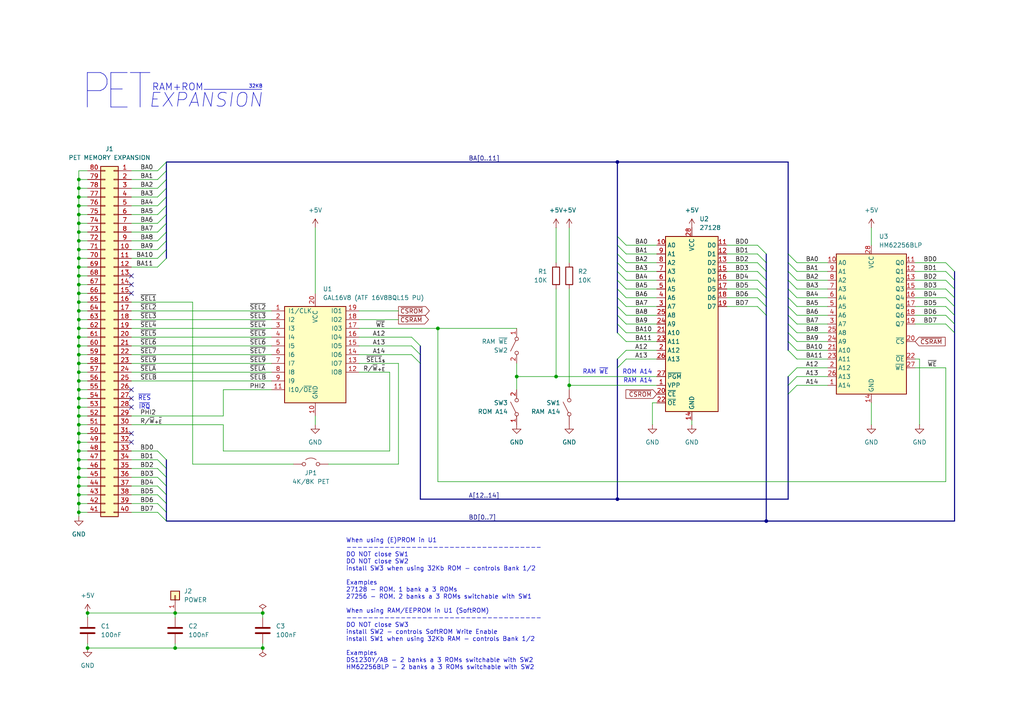
<source format=kicad_sch>
(kicad_sch (version 20250114) (generator "eeschema") (generator_version "9.0")
  (paper "A4")
  (title_block (title "PET RAM & ROM EXPANSION") (date "2024-07-29") (rev "A") (comment 1 "© 2024") (comment 2 "creativecommons.org/licenses/by-sa/4.0/") (comment 3 "License: CC BY-SA 4.0") (comment 4 "Author: InsaneDruid"))
  (lib_symbols
    (symbol "Connector_Generic:Conn_01x01" (pin_names (offset 1.016) (hide yes))
      (property "Reference" "J" (at 0 2.54 0))
      (property "Value" "Conn_01x01" (at 0 -2.54 0))
      (symbol "Conn_01x01_1_1"
        (pin passive line (at -5.08 0 0) (length 3.81) (name "Pin_1") (number "1"))
      )
    )
    (symbol "Connector_Generic:Conn_02x40_Counter_Clockwise" (pin_names (offset 1.016) (hide yes))
      (property "Reference" "J" (at 1.27 50.8 0))
      (property "Value" "Conn_02x40_Counter_Clockwise" (at 1.27 -53.34 0))
      (symbol "Conn_02x40_Counter_Clockwise_1_1"
        (pin passive line (at -5.08 48.26 0) (length 3.81) (name "Pin_1") (number "1"))
        (pin passive line (at -5.08 45.72 0) (length 3.81) (name "Pin_2") (number "2"))
        (pin passive line (at -5.08 43.18 0) (length 3.81) (name "Pin_3") (number "3"))
        (pin passive line (at -5.08 40.64 0) (length 3.81) (name "Pin_4") (number "4"))
        (pin passive line (at -5.08 38.1 0) (length 3.81) (name "Pin_5") (number "5"))
        (pin passive line (at -5.08 35.56 0) (length 3.81) (name "Pin_6") (number "6"))
        (pin passive line (at -5.08 33.02 0) (length 3.81) (name "Pin_7") (number "7"))
        (pin passive line (at -5.08 30.48 0) (length 3.81) (name "Pin_8") (number "8"))
        (pin passive line (at -5.08 27.94 0) (length 3.81) (name "Pin_9") (number "9"))
        (pin passive line (at -5.08 25.4 0) (length 3.81) (name "Pin_10") (number "10"))
        (pin passive line (at -5.08 22.86 0) (length 3.81) (name "Pin_11") (number "11"))
        (pin passive line (at -5.08 20.32 0) (length 3.81) (name "Pin_12") (number "12"))
        (pin passive line (at -5.08 17.78 0) (length 3.81) (name "Pin_13") (number "13"))
        (pin passive line (at -5.08 15.24 0) (length 3.81) (name "Pin_14") (number "14"))
        (pin passive line (at -5.08 12.7 0) (length 3.81) (name "Pin_15") (number "15"))
        (pin passive line (at -5.08 10.16 0) (length 3.81) (name "Pin_16") (number "16"))
        (pin passive line (at -5.08 7.62 0) (length 3.81) (name "Pin_17") (number "17"))
        (pin passive line (at -5.08 5.08 0) (length 3.81) (name "Pin_18") (number "18"))
        (pin passive line (at -5.08 2.54 0) (length 3.81) (name "Pin_19") (number "19"))
        (pin passive line (at -5.08 0 0) (length 3.81) (name "Pin_20") (number "20"))
        (pin passive line (at -5.08 -2.54 0) (length 3.81) (name "Pin_21") (number "21"))
        (pin passive line (at -5.08 -5.08 0) (length 3.81) (name "Pin_22") (number "22"))
        (pin passive line (at -5.08 -7.62 0) (length 3.81) (name "Pin_23") (number "23"))
        (pin passive line (at -5.08 -10.16 0) (length 3.81) (name "Pin_24") (number "24"))
        (pin passive line (at -5.08 -12.7 0) (length 3.81) (name "Pin_25") (number "25"))
        (pin passive line (at -5.08 -15.24 0) (length 3.81) (name "Pin_26") (number "26"))
        (pin passive line (at -5.08 -17.78 0) (length 3.81) (name "Pin_27") (number "27"))
        (pin passive line (at -5.08 -20.32 0) (length 3.81) (name "Pin_28") (number "28"))
        (pin passive line (at -5.08 -22.86 0) (length 3.81) (name "Pin_29") (number "29"))
        (pin passive line (at -5.08 -25.4 0) (length 3.81) (name "Pin_30") (number "30"))
        (pin passive line (at -5.08 -27.94 0) (length 3.81) (name "Pin_31") (number "31"))
        (pin passive line (at -5.08 -30.48 0) (length 3.81) (name "Pin_32") (number "32"))
        (pin passive line (at -5.08 -33.02 0) (length 3.81) (name "Pin_33") (number "33"))
        (pin passive line (at -5.08 -35.56 0) (length 3.81) (name "Pin_34") (number "34"))
        (pin passive line (at -5.08 -38.1 0) (length 3.81) (name "Pin_35") (number "35"))
        (pin passive line (at -5.08 -40.64 0) (length 3.81) (name "Pin_36") (number "36"))
        (pin passive line (at -5.08 -43.18 0) (length 3.81) (name "Pin_37") (number "37"))
        (pin passive line (at -5.08 -45.72 0) (length 3.81) (name "Pin_38") (number "38"))
        (pin passive line (at -5.08 -48.26 0) (length 3.81) (name "Pin_39") (number "39"))
        (pin passive line (at -5.08 -50.8 0) (length 3.81) (name "Pin_40") (number "40"))
        (pin passive line (at 7.62 48.26 180) (length 3.81) (name "Pin_80") (number "80"))
        (pin passive line (at 7.62 45.72 180) (length 3.81) (name "Pin_79") (number "79"))
        (pin passive line (at 7.62 43.18 180) (length 3.81) (name "Pin_78") (number "78"))
        (pin passive line (at 7.62 40.64 180) (length 3.81) (name "Pin_77") (number "77"))
        (pin passive line (at 7.62 38.1 180) (length 3.81) (name "Pin_76") (number "76"))
        (pin passive line (at 7.62 35.56 180) (length 3.81) (name "Pin_75") (number "75"))
        (pin passive line (at 7.62 33.02 180) (length 3.81) (name "Pin_74") (number "74"))
        (pin passive line (at 7.62 30.48 180) (length 3.81) (name "Pin_73") (number "73"))
        (pin passive line (at 7.62 27.94 180) (length 3.81) (name "Pin_72") (number "72"))
        (pin passive line (at 7.62 25.4 180) (length 3.81) (name "Pin_71") (number "71"))
        (pin passive line (at 7.62 22.86 180) (length 3.81) (name "Pin_70") (number "70"))
        (pin passive line (at 7.62 20.32 180) (length 3.81) (name "Pin_69") (number "69"))
        (pin passive line (at 7.62 17.78 180) (length 3.81) (name "Pin_68") (number "68"))
        (pin passive line (at 7.62 15.24 180) (length 3.81) (name "Pin_67") (number "67"))
        (pin passive line (at 7.62 12.7 180) (length 3.81) (name "Pin_66") (number "66"))
        (pin passive line (at 7.62 10.16 180) (length 3.81) (name "Pin_65") (number "65"))
        (pin passive line (at 7.62 7.62 180) (length 3.81) (name "Pin_64") (number "64"))
        (pin passive line (at 7.62 5.08 180) (length 3.81) (name "Pin_63") (number "63"))
        (pin passive line (at 7.62 2.54 180) (length 3.81) (name "Pin_62") (number "62"))
        (pin passive line (at 7.62 0 180) (length 3.81) (name "Pin_61") (number "61"))
        (pin passive line (at 7.62 -2.54 180) (length 3.81) (name "Pin_60") (number "60"))
        (pin passive line (at 7.62 -5.08 180) (length 3.81) (name "Pin_59") (number "59"))
        (pin passive line (at 7.62 -7.62 180) (length 3.81) (name "Pin_58") (number "58"))
        (pin passive line (at 7.62 -10.16 180) (length 3.81) (name "Pin_57") (number "57"))
        (pin passive line (at 7.62 -12.7 180) (length 3.81) (name "Pin_56") (number "56"))
        (pin passive line (at 7.62 -15.24 180) (length 3.81) (name "Pin_55") (number "55"))
        (pin passive line (at 7.62 -17.78 180) (length 3.81) (name "Pin_54") (number "54"))
        (pin passive line (at 7.62 -20.32 180) (length 3.81) (name "Pin_53") (number "53"))
        (pin passive line (at 7.62 -22.86 180) (length 3.81) (name "Pin_52") (number "52"))
        (pin passive line (at 7.62 -25.4 180) (length 3.81) (name "Pin_51") (number "51"))
        (pin passive line (at 7.62 -27.94 180) (length 3.81) (name "Pin_50") (number "50"))
        (pin passive line (at 7.62 -30.48 180) (length 3.81) (name "Pin_49") (number "49"))
        (pin passive line (at 7.62 -33.02 180) (length 3.81) (name "Pin_48") (number "48"))
        (pin passive line (at 7.62 -35.56 180) (length 3.81) (name "Pin_47") (number "47"))
        (pin passive line (at 7.62 -38.1 180) (length 3.81) (name "Pin_46") (number "46"))
        (pin passive line (at 7.62 -40.64 180) (length 3.81) (name "Pin_45") (number "45"))
        (pin passive line (at 7.62 -43.18 180) (length 3.81) (name "Pin_44") (number "44"))
        (pin passive line (at 7.62 -45.72 180) (length 3.81) (name "Pin_43") (number "43"))
        (pin passive line (at 7.62 -48.26 180) (length 3.81) (name "Pin_42") (number "42"))
        (pin passive line (at 7.62 -50.8 180) (length 3.81) (name "Pin_41") (number "41"))
      )
    )
    (symbol "Device:C" (pin_numbers (hide yes)) (pin_names (offset 0.254))
      (property "Reference" "C" (at 0.635 2.54 0))
      (property "Value" "C" (at 0.635 -2.54 0))
      (symbol "C_1_1"
        (pin passive line (at 0 3.81 270) (length 2.794) (name "~") (number "1"))
        (pin passive line (at 0 -3.81 90) (length 2.794) (name "~") (number "2"))
      )
    )
    (symbol "Device:R" (pin_numbers (hide yes)) (pin_names (offset 0))
      (property "Reference" "R" (at 2.032 0 90))
      (property "Value" "R" (at 0 0 90))
      (symbol "R_1_1"
        (pin passive line (at 0 3.81 270) (length 1.27) (name "~") (number "1"))
        (pin passive line (at 0 -3.81 90) (length 1.27) (name "~") (number "2"))
      )
    )
    (symbol "Jumper:Jumper_2_Open" (pin_numbers (hide yes)) (pin_names (offset 0) (hide yes)) (exclude_from_sim yes)
      (property "Reference" "JP" (at 0 2.794 0))
      (property "Value" "Jumper_2_Open" (at 0 -2.286 0))
      (symbol "Jumper_2_Open_1_1"
        (pin passive line (at -5.08 0 0) (length 2.54) (name "A") (number "1"))
        (pin passive line (at 5.08 0 180) (length 2.54) (name "B") (number "2"))
      )
    )
    (symbol "Logic_Programmable:GAL16V8" (pin_names (offset 1.016))
      (property "Reference" "U" (at -8.89 16.51 0))
      (property "Value" "GAL16V8" (at 1.27 16.51 0))
      (symbol "GAL16V8_0_0"
        (pin power_in line (at 0 17.78 270) (length 3.81) (name "VCC") (number "20"))
        (pin power_in line (at 0 -17.78 90) (length 3.81) (name "GND") (number "10"))
      )
      (symbol "GAL16V8_1_1"
        (pin input line (at -12.7 12.7 0) (length 3.81) (name "I1/CLK") (number "1"))
        (pin input line (at -12.7 10.16 0) (length 3.81) (name "I2") (number "2"))
        (pin input line (at -12.7 7.62 0) (length 3.81) (name "I3") (number "3"))
        (pin input line (at -12.7 5.08 0) (length 3.81) (name "I4") (number "4"))
        (pin input line (at -12.7 2.54 0) (length 3.81) (name "I5") (number "5"))
        (pin input line (at -12.7 0 0) (length 3.81) (name "I6") (number "6"))
        (pin input line (at -12.7 -2.54 0) (length 3.81) (name "I7") (number "7"))
        (pin input line (at -12.7 -5.08 0) (length 3.81) (name "I8") (number "8"))
        (pin input line (at -12.7 -7.62 0) (length 3.81) (name "I9") (number "9"))
        (pin input line (at -12.7 -10.16 0) (length 3.81) (name "I10/~{OE}") (number "11"))
        (pin tri_state line (at 12.7 12.7 180) (length 3.81) (name "IO1") (number "19"))
        (pin tri_state line (at 12.7 10.16 180) (length 3.81) (name "IO2") (number "18"))
        (pin tri_state line (at 12.7 7.62 180) (length 3.81) (name "I03") (number "17"))
        (pin tri_state line (at 12.7 5.08 180) (length 3.81) (name "IO4") (number "16"))
        (pin tri_state line (at 12.7 2.54 180) (length 3.81) (name "IO5") (number "15"))
        (pin tri_state line (at 12.7 0 180) (length 3.81) (name "IO6") (number "14"))
        (pin tri_state line (at 12.7 -2.54 180) (length 3.81) (name "IO7") (number "13"))
        (pin tri_state line (at 12.7 -5.08 180) (length 3.81) (name "IO8") (number "12"))
      )
    )
    (symbol "Memory_EPROM:27128"
      (property "Reference" "U" (at -7.62 26.67 0))
      (property "Value" "27128" (at 2.54 -26.67 0))
      (symbol "27128_1_1"
        (pin input line (at -10.16 22.86 0) (length 2.54) (name "A0") (number "10"))
        (pin input line (at -10.16 20.32 0) (length 2.54) (name "A1") (number "9"))
        (pin input line (at -10.16 17.78 0) (length 2.54) (name "A2") (number "8"))
        (pin input line (at -10.16 15.24 0) (length 2.54) (name "A3") (number "7"))
        (pin input line (at -10.16 12.7 0) (length 2.54) (name "A4") (number "6"))
        (pin input line (at -10.16 10.16 0) (length 2.54) (name "A5") (number "5"))
        (pin input line (at -10.16 7.62 0) (length 2.54) (name "A6") (number "4"))
        (pin input line (at -10.16 5.08 0) (length 2.54) (name "A7") (number "3"))
        (pin input line (at -10.16 2.54 0) (length 2.54) (name "A8") (number "25"))
        (pin input line (at -10.16 0 0) (length 2.54) (name "A9") (number "24"))
        (pin input line (at -10.16 -2.54 0) (length 2.54) (name "A10") (number "21"))
        (pin input line (at -10.16 -5.08 0) (length 2.54) (name "A11") (number "23"))
        (pin input line (at -10.16 -7.62 0) (length 2.54) (name "A12") (number "2"))
        (pin input line (at -10.16 -10.16 0) (length 2.54) (name "A13") (number "26"))
        (pin input line (at -10.16 -15.24 0) (length 2.54) (name "~{PGM}") (number "27"))
        (pin input line (at -10.16 -17.78 0) (length 2.54) (name "VPP") (number "1"))
        (pin input line (at -10.16 -20.32 0) (length 2.54) (name "~{CE}") (number "20"))
        (pin input line (at -10.16 -22.86 0) (length 2.54) (name "~{OE}") (number "22"))
        (pin power_in line (at 0 27.94 270) (length 2.54) (name "VCC") (number "28"))
        (pin power_in line (at 0 -27.94 90) (length 2.54) (name "GND") (number "14"))
        (pin tri_state line (at 10.16 22.86 180) (length 2.54) (name "D0") (number "11"))
        (pin tri_state line (at 10.16 20.32 180) (length 2.54) (name "D1") (number "12"))
        (pin tri_state line (at 10.16 17.78 180) (length 2.54) (name "D2") (number "13"))
        (pin tri_state line (at 10.16 15.24 180) (length 2.54) (name "D3") (number "15"))
        (pin tri_state line (at 10.16 12.7 180) (length 2.54) (name "D4") (number "16"))
        (pin tri_state line (at 10.16 10.16 180) (length 2.54) (name "D5") (number "17"))
        (pin tri_state line (at 10.16 7.62 180) (length 2.54) (name "D6") (number "18"))
        (pin tri_state line (at 10.16 5.08 180) (length 2.54) (name "D7") (number "19"))
      )
    )
    (symbol "Memory_RAM:HM62256BLP"
      (property "Reference" "U" (at -10.16 20.955 0))
      (property "Value" "HM62256BLP" (at 2.54 20.955 0))
      (symbol "HM62256BLP_0_0"
        (pin power_in line (at 0 22.86 270) (length 2.54) (name "VCC") (number "28"))
        (pin power_in line (at 0 -22.86 90) (length 2.54) (name "GND") (number "14"))
      )
      (symbol "HM62256BLP_1_1"
        (pin input line (at -12.7 17.78 0) (length 2.54) (name "A0") (number "10"))
        (pin input line (at -12.7 15.24 0) (length 2.54) (name "A1") (number "9"))
        (pin input line (at -12.7 12.7 0) (length 2.54) (name "A2") (number "8"))
        (pin input line (at -12.7 10.16 0) (length 2.54) (name "A3") (number "7"))
        (pin input line (at -12.7 7.62 0) (length 2.54) (name "A4") (number "6"))
        (pin input line (at -12.7 5.08 0) (length 2.54) (name "A5") (number "5"))
        (pin input line (at -12.7 2.54 0) (length 2.54) (name "A6") (number "4"))
        (pin input line (at -12.7 0 0) (length 2.54) (name "A7") (number "3"))
        (pin input line (at -12.7 -2.54 0) (length 2.54) (name "A8") (number "25"))
        (pin input line (at -12.7 -5.08 0) (length 2.54) (name "A9") (number "24"))
        (pin input line (at -12.7 -7.62 0) (length 2.54) (name "A10") (number "21"))
        (pin input line (at -12.7 -10.16 0) (length 2.54) (name "A11") (number "23"))
        (pin input line (at -12.7 -12.7 0) (length 2.54) (name "A12") (number "2"))
        (pin input line (at -12.7 -15.24 0) (length 2.54) (name "A13") (number "26"))
        (pin input line (at -12.7 -17.78 0) (length 2.54) (name "A14") (number "1"))
        (pin tri_state line (at 12.7 17.78 180) (length 2.54) (name "Q0") (number "11"))
        (pin tri_state line (at 12.7 15.24 180) (length 2.54) (name "Q1") (number "12"))
        (pin tri_state line (at 12.7 12.7 180) (length 2.54) (name "Q2") (number "13"))
        (pin tri_state line (at 12.7 10.16 180) (length 2.54) (name "Q3") (number "15"))
        (pin tri_state line (at 12.7 7.62 180) (length 2.54) (name "Q4") (number "16"))
        (pin tri_state line (at 12.7 5.08 180) (length 2.54) (name "Q5") (number "17"))
        (pin tri_state line (at 12.7 2.54 180) (length 2.54) (name "Q6") (number "18"))
        (pin tri_state line (at 12.7 0 180) (length 2.54) (name "Q7") (number "19"))
        (pin input line (at 12.7 -5.08 180) (length 2.54) (name "~{CS}") (number "20"))
        (pin input line (at 12.7 -10.16 180) (length 2.54) (name "~{OE}") (number "22"))
        (pin input line (at 12.7 -12.7 180) (length 2.54) (name "~{WE}") (number "27"))
      )
    )
    (symbol "SW_SPST_1" (pin_numbers (hide yes)) (pin_names (offset 0) (hide yes))
      (property "Reference" "SW" (at 0 3.175 0))
      (property "Value" "SW_SPST" (at 0 -2.54 0))
      (symbol "SW_SPST_1_1_1"
        (pin passive line (at -5.08 0 0) (length 2.54) (name "A") (number "1"))
        (pin passive line (at 5.08 0 180) (length 2.54) (name "B") (number "2"))
      )
    )
    (symbol "SW_SPST_2" (pin_names (offset 0) (hide yes))
      (property "Reference" "SW" (at 0 3.175 0))
      (property "Value" "SW_SPST" (at 0 -2.54 0))
      (symbol "SW_SPST_2_1_1"
        (pin passive line (at -5.08 0 0) (length 2.54) (name "A") (number "1"))
        (pin passive line (at 5.08 0 180) (length 2.54) (name "B") (number "2"))
      )
    )
    (symbol "Switch:SW_SPST" (pin_names (offset 0) (hide yes))
      (property "Reference" "SW" (at 0 3.175 0))
      (property "Value" "SW_SPST" (at 0 -2.54 0))
      (symbol "SW_SPST_1_1"
        (pin passive line (at -5.08 0 0) (length 2.54) (name "A") (number "1"))
        (pin passive line (at 5.08 0 180) (length 2.54) (name "B") (number "2"))
      )
    )
    (symbol "power:+5V" (power) (pin_numbers (hide yes)) (pin_names (offset 0) (hide yes))
      (property "Value" "+5V" (at 0 3.556 0))
      (symbol "+5V_1_1"
        (pin power_in line (at 0 0 90) (length 0) (name "~") (number "1"))
      )
    )
    (symbol "power:GND" (power) (pin_numbers (hide yes)) (pin_names (offset 0) (hide yes))
      (property "Value" "GND" (at 0 -3.81 0))
      (symbol "GND_1_1"
        (pin power_in line (at 0 0 270) (length 0) (name "~") (number "1"))
      )
    )
    (symbol "power:PWR_FLAG" (power) (pin_numbers (hide yes)) (pin_names (offset 0) (hide yes))
      (property "Value" "PWR_FLAG" (at 0 3.81 0))
      (symbol "PWR_FLAG_0_0"
        (pin power_out line (at 0 0 90) (length 0) (name "~") (number "1"))
      )
    )
  )
  (text "P" (at 27.94 26.67 0) (effects (font (size 10 10))))
  (text "ROM A14" (at 189.23 107.95 0) (effects (font (size 1.27 1.27)) (justify right)))
  (text "RAM A14" (at 189.23 110.49 0) (effects (font (size 1.27 1.27)) (justify right)))
  (text "E" (at 34.29 26.67 0) (effects (font (size 10 10))))
  (text "32KB" (at 74.168 25.146 0) (effects (font (size 1 1))))
  (text "RAM ~{WE}" (at 176.53 107.95 0) (effects (font (size 1.27 1.27)) (justify right)))
  (text "When using (E)PROM in U1\n------------------------------------\nDO NOT close SW1\nDO NOT close SW2\ninstall SW3 when using 32Kb ROM - controls Bank 1/2\n\nExamples\n27128 - ROM. 1 bank a 3 ROMs\n27256 - ROM. 2 banks a 3 ROMs switchable with SW1\n\nWhen using RAM/EEPROM in U1 (SoftROM)\n------------------------------------\nDO NOT close SW3\ninstall SW2 - controls SoftROM Write Enable\ninstall SW1 when using 32Kb RAM - controls Bank 1/2\n\nExamples\nDS1230Y/AB - 2 banks a 3 ROMs switchable with SW2\nHM62256BLP - 2 banks a 3 ROMs switchable with SW2" (at 100.33 175.26 0) (effects (font (size 1.27 1.27)) (justify left)))
  (text "~{RES}" (at 41.91 115.57 0) (effects (font (size 1.27 1.27))))
  (text "T" (at 40.64 26.67 0) (effects (font (size 10 10))))
  (text "EXPANSION" (at 59.69 29.21 0) (effects (font (size 4 4) (italic yes))))
  (text "~{IRQ}" (at 41.91 118.11 0) (effects (font (size 1.27 1.27))))
  (text "RAM+ROM" (at 51.562 25.4 0) (effects (font (size 2 2))))
  (junction (at 25.4 177.8))
  (junction (at 22.86 74.93))
  (junction (at 22.86 92.71))
  (junction (at 22.86 107.95))
  (junction (at 22.86 113.03))
  (junction (at 149.86 109.22))
  (junction (at 22.86 135.89))
  (junction (at 22.86 118.11))
  (junction (at 165.1 111.76))
  (junction (at 22.86 85.09))
  (junction (at 222.25 151.13))
  (junction (at 22.86 64.77))
  (junction (at 22.86 128.27))
  (junction (at 22.86 143.51))
  (junction (at 22.86 62.23))
  (junction (at 76.2 187.96))
  (junction (at 22.86 146.05))
  (junction (at 22.86 57.15))
  (junction (at 22.86 148.59))
  (junction (at 22.86 95.25))
  (junction (at 22.86 102.87))
  (junction (at 22.86 115.57))
  (junction (at 22.86 140.97))
  (junction (at 161.29 109.22))
  (junction (at 22.86 80.01))
  (junction (at 22.86 72.39))
  (junction (at 22.86 105.41))
  (junction (at 22.86 120.65))
  (junction (at 22.86 87.63))
  (junction (at 22.86 133.35))
  (junction (at 22.86 69.85))
  (junction (at 22.86 77.47))
  (junction (at 22.86 82.55))
  (junction (at 22.86 100.33))
  (junction (at 22.86 110.49))
  (junction (at 22.86 90.17))
  (junction (at 50.8 177.8))
  (junction (at 179.07 46.99))
  (junction (at 22.86 125.73))
  (junction (at 25.4 187.96))
  (junction (at 22.86 130.81))
  (junction (at 22.86 67.31))
  (junction (at 76.2 177.8))
  (junction (at 179.07 144.78))
  (junction (at 22.86 97.79))
  (junction (at 127 95.25))
  (junction (at 22.86 52.07))
  (junction (at 22.86 123.19))
  (junction (at 22.86 54.61))
  (junction (at 50.8 187.96))
  (junction (at 22.86 138.43))
  (junction (at 22.86 59.69))
  (no_connect (at 38.1 128.27))
  (no_connect (at 38.1 85.09))
  (no_connect (at 38.1 113.03))
  (no_connect (at 38.1 125.73))
  (no_connect (at 38.1 115.57))
  (no_connect (at 38.1 82.55))
  (no_connect (at 38.1 118.11))
  (no_connect (at 38.1 80.01))
  (bus_entry (at 45.72 74.93) (size 2.54 -2.54))
  (bus_entry (at 45.72 57.15) (size 2.54 -2.54))
  (bus_entry (at 228.6 86.36) (size 2.54 2.54))
  (bus_entry (at 274.32 78.74) (size 2.54 2.54))
  (bus_entry (at 179.07 91.44) (size 2.54 2.54))
  (bus_entry (at 45.72 52.07) (size 2.54 -2.54))
  (bus_entry (at 179.07 78.74) (size 2.54 2.54))
  (bus_entry (at 274.32 93.98) (size 2.54 2.54))
  (bus_entry (at 45.72 59.69) (size 2.54 -2.54))
  (bus_entry (at 179.07 71.12) (size 2.54 2.54))
  (bus_entry (at 179.07 93.98) (size 2.54 2.54))
  (bus_entry (at 228.6 81.28) (size 2.54 2.54))
  (bus_entry (at 45.72 64.77) (size 2.54 -2.54))
  (bus_entry (at 228.6 96.52) (size 2.54 2.54))
  (bus_entry (at 219.71 71.12) (size 2.54 2.54))
  (bus_entry (at 45.72 67.31) (size 2.54 -2.54))
  (bus_entry (at 179.07 88.9) (size 2.54 2.54))
  (bus_entry (at 45.72 54.61) (size 2.54 -2.54))
  (bus_entry (at 119.38 97.79) (size 2.54 2.54))
  (bus_entry (at 228.6 76.2) (size 2.54 2.54))
  (bus_entry (at 228.6 111.76) (size 2.54 -2.54))
  (bus_entry (at 179.07 104.14) (size 2.54 -2.54))
  (bus_entry (at 119.38 100.33) (size 2.54 2.54))
  (bus_entry (at 179.07 76.2) (size 2.54 2.54))
  (bus_entry (at 219.71 73.66) (size 2.54 2.54))
  (bus_entry (at 219.71 86.36) (size 2.54 2.54))
  (bus_entry (at 45.72 146.05) (size 2.54 2.54))
  (bus_entry (at 274.32 91.44) (size 2.54 2.54))
  (bus_entry (at 179.07 81.28) (size 2.54 2.54))
  (bus_entry (at 228.6 88.9) (size 2.54 2.54))
  (bus_entry (at 228.6 73.66) (size 2.54 2.54))
  (bus_entry (at 45.72 130.81) (size 2.54 2.54))
  (bus_entry (at 274.32 81.28) (size 2.54 2.54))
  (bus_entry (at 45.72 72.39) (size 2.54 -2.54))
  (bus_entry (at 228.6 91.44) (size 2.54 2.54))
  (bus_entry (at 228.6 78.74) (size 2.54 2.54))
  (bus_entry (at 179.07 86.36) (size 2.54 2.54))
  (bus_entry (at 228.6 99.06) (size 2.54 2.54))
  (bus_entry (at 228.6 101.6) (size 2.54 2.54))
  (bus_entry (at 274.32 86.36) (size 2.54 2.54))
  (bus_entry (at 45.72 49.53) (size 2.54 -2.54))
  (bus_entry (at 119.38 102.87) (size 2.54 2.54))
  (bus_entry (at 179.07 68.58) (size 2.54 2.54))
  (bus_entry (at 45.72 62.23) (size 2.54 -2.54))
  (bus_entry (at 274.32 88.9) (size 2.54 2.54))
  (bus_entry (at 45.72 140.97) (size 2.54 2.54))
  (bus_entry (at 45.72 135.89) (size 2.54 2.54))
  (bus_entry (at 274.32 83.82) (size 2.54 2.54))
  (bus_entry (at 228.6 114.3) (size 2.54 -2.54))
  (bus_entry (at 179.07 73.66) (size 2.54 2.54))
  (bus_entry (at 228.6 83.82) (size 2.54 2.54))
  (bus_entry (at 219.71 76.2) (size 2.54 2.54))
  (bus_entry (at 45.72 148.59) (size 2.54 2.54))
  (bus_entry (at 228.6 109.22) (size 2.54 -2.54))
  (bus_entry (at 179.07 83.82) (size 2.54 2.54))
  (bus_entry (at 179.07 96.52) (size 2.54 2.54))
  (bus_entry (at 45.72 133.35) (size 2.54 2.54))
  (bus_entry (at 179.07 106.68) (size 2.54 -2.54))
  (bus_entry (at 45.72 138.43) (size 2.54 2.54))
  (bus_entry (at 219.71 88.9) (size 2.54 2.54))
  (bus_entry (at 45.72 77.47) (size 2.54 -2.54))
  (bus_entry (at 219.71 78.74) (size 2.54 2.54))
  (bus_entry (at 219.71 81.28) (size 2.54 2.54))
  (bus_entry (at 274.32 76.2) (size 2.54 2.54))
  (bus_entry (at 45.72 69.85) (size 2.54 -2.54))
  (bus_entry (at 228.6 93.98) (size 2.54 2.54))
  (bus_entry (at 219.71 83.82) (size 2.54 2.54))
  (bus_entry (at 45.72 143.51) (size 2.54 2.54))
  (wire (pts (xy 76.2 177.8) (xy 50.8 177.8)))
  (wire (pts (xy 22.86 67.31) (xy 25.4 67.31)))
  (wire (pts (xy 76.2 186.69) (xy 76.2 187.96)))
  (wire (pts (xy 22.86 130.81) (xy 22.86 133.35)))
  (wire (pts (xy 22.86 110.49) (xy 22.86 113.03)))
  (bus (pts (xy 228.6 76.2) (xy 228.6 78.74)))
  (wire (pts (xy 91.44 66.04) (xy 91.44 85.09)))
  (wire (pts (xy 22.86 80.01) (xy 22.86 82.55)))
  (bus (pts (xy 48.26 143.51) (xy 48.26 146.05)))
  (wire (pts (xy 210.82 71.12) (xy 219.71 71.12)))
  (wire (pts (xy 181.61 73.66) (xy 190.5 73.66)))
  (wire (pts (xy 104.14 97.79) (xy 119.38 97.79)))
  (wire (pts (xy 210.82 81.28) (xy 219.71 81.28)))
  (wire (pts (xy 22.86 133.35) (xy 25.4 133.35)))
  (bus (pts (xy 48.26 62.23) (xy 48.26 59.69)))
  (bus (pts (xy 48.26 148.59) (xy 48.26 151.13)))
  (bus (pts (xy 222.25 81.28) (xy 222.25 83.82)))
  (wire (pts (xy 22.86 82.55) (xy 25.4 82.55)))
  (bus (pts (xy 222.25 151.13) (xy 276.86 151.13)))
  (wire (pts (xy 22.86 72.39) (xy 22.86 74.93)))
  (bus (pts (xy 48.26 69.85) (xy 48.26 67.31)))
  (wire (pts (xy 45.72 72.39) (xy 38.1 72.39)))
  (wire (pts (xy 22.86 120.65) (xy 22.86 123.19)))
  (wire (pts (xy 22.86 74.93) (xy 22.86 77.47)))
  (wire (pts (xy 38.1 148.59) (xy 45.72 148.59)))
  (bus (pts (xy 276.86 81.28) (xy 276.86 83.82)))
  (wire (pts (xy 181.61 96.52) (xy 190.5 96.52)))
  (wire (pts (xy 231.14 104.14) (xy 240.03 104.14)))
  (bus (pts (xy 48.26 146.05) (xy 48.26 148.59)))
  (wire (pts (xy 22.86 110.49) (xy 25.4 110.49)))
  (bus (pts (xy 228.6 81.28) (xy 228.6 83.82)))
  (wire (pts (xy 22.86 125.73) (xy 22.86 128.27)))
  (wire (pts (xy 38.1 123.19) (xy 64.77 123.19)))
  (wire (pts (xy 22.86 85.09) (xy 22.86 87.63)))
  (bus (pts (xy 48.26 46.99) (xy 179.07 46.99)))
  (wire (pts (xy 127 95.25) (xy 149.86 95.25)))
  (wire (pts (xy 240.03 78.74) (xy 231.14 78.74)))
  (wire (pts (xy 231.14 76.2) (xy 240.03 76.2)))
  (wire (pts (xy 45.72 62.23) (xy 38.1 62.23)))
  (wire (pts (xy 181.61 81.28) (xy 190.5 81.28)))
  (wire (pts (xy 22.86 87.63) (xy 22.86 90.17)))
  (wire (pts (xy 231.14 83.82) (xy 240.03 83.82)))
  (wire (pts (xy 45.72 67.31) (xy 38.1 67.31)))
  (bus (pts (xy 179.07 104.14) (xy 179.07 106.68)))
  (wire (pts (xy 50.8 187.96) (xy 25.4 187.96)))
  (wire (pts (xy 22.86 146.05) (xy 25.4 146.05)))
  (wire (pts (xy 127 139.7) (xy 274.32 139.7)))
  (wire (pts (xy 22.86 87.63) (xy 25.4 87.63)))
  (bus (pts (xy 276.86 91.44) (xy 276.86 93.98)))
  (wire (pts (xy 115.57 134.62) (xy 115.57 105.41)))
  (wire (pts (xy 22.86 49.53) (xy 22.86 52.07)))
  (bus (pts (xy 222.25 78.74) (xy 222.25 81.28)))
  (wire (pts (xy 22.86 57.15) (xy 25.4 57.15)))
  (bus (pts (xy 179.07 71.12) (xy 179.07 73.66)))
  (wire (pts (xy 22.86 80.01) (xy 25.4 80.01)))
  (wire (pts (xy 165.1 111.76) (xy 190.5 111.76)))
  (wire (pts (xy 181.61 83.82) (xy 190.5 83.82)))
  (wire (pts (xy 38.1 105.41) (xy 78.74 105.41)))
  (wire (pts (xy 55.88 87.63) (xy 55.88 134.62)))
  (wire (pts (xy 22.86 148.59) (xy 25.4 148.59)))
  (wire (pts (xy 149.86 105.41) (xy 149.86 109.22)))
  (wire (pts (xy 22.86 95.25) (xy 25.4 95.25)))
  (polyline (pts (xy 59.182 25.908) (xy 75.946 25.908)))
  (wire (pts (xy 22.86 52.07) (xy 25.4 52.07)))
  (bus (pts (xy 228.6 109.22) (xy 228.6 111.76)))
  (wire (pts (xy 22.86 143.51) (xy 25.4 143.51)))
  (bus (pts (xy 228.6 73.66) (xy 228.6 76.2)))
  (wire (pts (xy 38.1 107.95) (xy 78.74 107.95)))
  (bus (pts (xy 222.25 91.44) (xy 222.25 151.13)))
  (wire (pts (xy 22.86 92.71) (xy 22.86 95.25)))
  (wire (pts (xy 64.77 123.19) (xy 64.77 130.81)))
  (wire (pts (xy 127 95.25) (xy 127 139.7)))
  (wire (pts (xy 113.03 130.81) (xy 113.03 107.95)))
  (bus (pts (xy 228.6 83.82) (xy 228.6 86.36)))
  (wire (pts (xy 181.61 76.2) (xy 190.5 76.2)))
  (wire (pts (xy 22.86 118.11) (xy 22.86 120.65)))
  (wire (pts (xy 22.86 100.33) (xy 25.4 100.33)))
  (bus (pts (xy 276.86 93.98) (xy 276.86 96.52)))
  (bus (pts (xy 179.07 91.44) (xy 179.07 93.98)))
  (wire (pts (xy 231.14 93.98) (xy 240.03 93.98)))
  (bus (pts (xy 228.6 111.76) (xy 228.6 114.3)))
  (wire (pts (xy 64.77 113.03) (xy 64.77 120.65)))
  (wire (pts (xy 231.14 101.6) (xy 240.03 101.6)))
  (bus (pts (xy 228.6 96.52) (xy 228.6 99.06)))
  (wire (pts (xy 104.14 100.33) (xy 119.38 100.33)))
  (wire (pts (xy 50.8 187.96) (xy 76.2 187.96)))
  (wire (pts (xy 104.14 95.25) (xy 127 95.25)))
  (wire (pts (xy 22.86 54.61) (xy 22.86 57.15)))
  (wire (pts (xy 38.1 87.63) (xy 55.88 87.63)))
  (wire (pts (xy 22.86 135.89) (xy 22.86 138.43)))
  (bus (pts (xy 48.26 74.93) (xy 48.26 72.39)))
  (bus (pts (xy 276.86 88.9) (xy 276.86 91.44)))
  (wire (pts (xy 149.86 109.22) (xy 149.86 113.03)))
  (wire (pts (xy 22.86 115.57) (xy 22.86 118.11)))
  (bus (pts (xy 276.86 83.82) (xy 276.86 86.36)))
  (wire (pts (xy 22.86 120.65) (xy 25.4 120.65)))
  (bus (pts (xy 48.26 59.69) (xy 48.26 57.15)))
  (wire (pts (xy 38.1 100.33) (xy 78.74 100.33)))
  (wire (pts (xy 22.86 69.85) (xy 25.4 69.85)))
  (wire (pts (xy 38.1 110.49) (xy 78.74 110.49)))
  (wire (pts (xy 265.43 104.14) (xy 266.7 104.14)))
  (bus (pts (xy 179.07 106.68) (xy 179.07 144.78)))
  (wire (pts (xy 210.82 76.2) (xy 219.71 76.2)))
  (wire (pts (xy 45.72 59.69) (xy 38.1 59.69)))
  (wire (pts (xy 22.86 90.17) (xy 25.4 90.17)))
  (wire (pts (xy 22.86 140.97) (xy 22.86 143.51)))
  (wire (pts (xy 252.73 71.12) (xy 252.73 66.04)))
  (wire (pts (xy 231.14 88.9) (xy 240.03 88.9)))
  (bus (pts (xy 222.25 73.66) (xy 222.25 76.2)))
  (wire (pts (xy 189.23 116.84) (xy 189.23 123.19)))
  (wire (pts (xy 22.86 113.03) (xy 25.4 113.03)))
  (bus (pts (xy 48.26 54.61) (xy 48.26 52.07)))
  (wire (pts (xy 104.14 90.17) (xy 115.57 90.17)))
  (wire (pts (xy 95.25 134.62) (xy 115.57 134.62)))
  (wire (pts (xy 22.86 74.93) (xy 25.4 74.93)))
  (wire (pts (xy 45.72 52.07) (xy 38.1 52.07)))
  (wire (pts (xy 45.72 69.85) (xy 38.1 69.85)))
  (wire (pts (xy 25.4 186.69) (xy 25.4 187.96)))
  (bus (pts (xy 48.26 67.31) (xy 48.26 64.77)))
  (wire (pts (xy 45.72 49.53) (xy 38.1 49.53)))
  (wire (pts (xy 181.61 86.36) (xy 190.5 86.36)))
  (wire (pts (xy 190.5 109.22) (xy 161.29 109.22)))
  (bus (pts (xy 228.6 91.44) (xy 228.6 93.98)))
  (wire (pts (xy 64.77 130.81) (xy 113.03 130.81)))
  (wire (pts (xy 210.82 73.66) (xy 219.71 73.66)))
  (wire (pts (xy 38.1 95.25) (xy 78.74 95.25)))
  (wire (pts (xy 22.86 118.11) (xy 25.4 118.11)))
  (wire (pts (xy 22.86 138.43) (xy 25.4 138.43)))
  (wire (pts (xy 22.86 59.69) (xy 22.86 62.23)))
  (wire (pts (xy 22.86 123.19) (xy 22.86 125.73)))
  (wire (pts (xy 22.86 140.97) (xy 25.4 140.97)))
  (bus (pts (xy 48.26 138.43) (xy 48.26 140.97)))
  (wire (pts (xy 91.44 123.19) (xy 91.44 120.65)))
  (wire (pts (xy 104.14 107.95) (xy 113.03 107.95)))
  (wire (pts (xy 181.61 91.44) (xy 190.5 91.44)))
  (wire (pts (xy 274.32 106.68) (xy 265.43 106.68)))
  (wire (pts (xy 38.1 138.43) (xy 45.72 138.43)))
  (wire (pts (xy 22.86 64.77) (xy 25.4 64.77)))
  (bus (pts (xy 222.25 86.36) (xy 222.25 88.9)))
  (wire (pts (xy 22.86 69.85) (xy 22.86 72.39)))
  (bus (pts (xy 121.92 144.78) (xy 179.07 144.78)))
  (bus (pts (xy 48.26 72.39) (xy 48.26 69.85)))
  (wire (pts (xy 45.72 57.15) (xy 38.1 57.15)))
  (wire (pts (xy 231.14 109.22) (xy 240.03 109.22)))
  (wire (pts (xy 22.86 97.79) (xy 22.86 100.33)))
  (wire (pts (xy 181.61 93.98) (xy 190.5 93.98)))
  (wire (pts (xy 50.8 177.8) (xy 25.4 177.8)))
  (wire (pts (xy 22.86 107.95) (xy 22.86 110.49)))
  (wire (pts (xy 231.14 106.68) (xy 240.03 106.68)))
  (wire (pts (xy 22.86 102.87) (xy 25.4 102.87)))
  (bus (pts (xy 179.07 78.74) (xy 179.07 81.28)))
  (wire (pts (xy 181.61 99.06) (xy 190.5 99.06)))
  (wire (pts (xy 38.1 133.35) (xy 45.72 133.35)))
  (bus (pts (xy 228.6 86.36) (xy 228.6 88.9)))
  (bus (pts (xy 48.26 140.97) (xy 48.26 143.51)))
  (bus (pts (xy 228.6 99.06) (xy 228.6 101.6)))
  (bus (pts (xy 179.07 73.66) (xy 179.07 76.2)))
  (bus (pts (xy 276.86 96.52) (xy 276.86 151.13)))
  (wire (pts (xy 22.86 64.77) (xy 22.86 67.31)))
  (wire (pts (xy 38.1 120.65) (xy 64.77 120.65)))
  (wire (pts (xy 22.86 113.03) (xy 22.86 115.57)))
  (bus (pts (xy 179.07 93.98) (xy 179.07 96.52)))
  (wire (pts (xy 38.1 92.71) (xy 78.74 92.71)))
  (wire (pts (xy 265.43 86.36) (xy 274.32 86.36)))
  (wire (pts (xy 50.8 179.07) (xy 50.8 177.8)))
  (wire (pts (xy 38.1 143.51) (xy 45.72 143.51)))
  (wire (pts (xy 22.86 95.25) (xy 22.86 97.79)))
  (wire (pts (xy 265.43 81.28) (xy 274.32 81.28)))
  (wire (pts (xy 22.86 90.17) (xy 22.86 92.71)))
  (wire (pts (xy 22.86 67.31) (xy 22.86 69.85)))
  (bus (pts (xy 222.25 83.82) (xy 222.25 86.36)))
  (bus (pts (xy 179.07 144.78) (xy 228.6 144.78)))
  (wire (pts (xy 38.1 146.05) (xy 45.72 146.05)))
  (bus (pts (xy 179.07 68.58) (xy 179.07 71.12)))
  (wire (pts (xy 265.43 93.98) (xy 274.32 93.98)))
  (bus (pts (xy 228.6 78.74) (xy 228.6 81.28)))
  (wire (pts (xy 22.86 102.87) (xy 22.86 105.41)))
  (wire (pts (xy 265.43 76.2) (xy 274.32 76.2)))
  (bus (pts (xy 179.07 86.36) (xy 179.07 88.9)))
  (wire (pts (xy 104.14 102.87) (xy 119.38 102.87)))
  (wire (pts (xy 22.86 138.43) (xy 22.86 140.97)))
  (wire (pts (xy 181.61 101.6) (xy 190.5 101.6)))
  (wire (pts (xy 231.14 91.44) (xy 240.03 91.44)))
  (wire (pts (xy 45.72 54.61) (xy 38.1 54.61)))
  (bus (pts (xy 48.26 151.13) (xy 222.25 151.13)))
  (bus (pts (xy 48.26 64.77) (xy 48.26 62.23)))
  (wire (pts (xy 22.86 107.95) (xy 25.4 107.95)))
  (wire (pts (xy 22.86 59.69) (xy 25.4 59.69)))
  (wire (pts (xy 22.86 85.09) (xy 25.4 85.09)))
  (wire (pts (xy 22.86 62.23) (xy 25.4 62.23)))
  (wire (pts (xy 22.86 62.23) (xy 22.86 64.77)))
  (wire (pts (xy 231.14 99.06) (xy 240.03 99.06)))
  (wire (pts (xy 231.14 96.52) (xy 240.03 96.52)))
  (wire (pts (xy 265.43 91.44) (xy 274.32 91.44)))
  (wire (pts (xy 50.8 186.69) (xy 50.8 187.96)))
  (wire (pts (xy 231.14 81.28) (xy 240.03 81.28)))
  (wire (pts (xy 38.1 140.97) (xy 45.72 140.97)))
  (wire (pts (xy 189.23 116.84) (xy 190.5 116.84)))
  (bus (pts (xy 48.26 49.53) (xy 48.26 46.99)))
  (wire (pts (xy 22.86 143.51) (xy 22.86 146.05)))
  (wire (pts (xy 210.82 83.82) (xy 219.71 83.82)))
  (bus (pts (xy 48.26 52.07) (xy 48.26 49.53)))
  (wire (pts (xy 22.86 146.05) (xy 22.86 148.59)))
  (wire (pts (xy 265.43 78.74) (xy 274.32 78.74)))
  (wire (pts (xy 45.72 64.77) (xy 38.1 64.77)))
  (wire (pts (xy 38.1 130.81) (xy 45.72 130.81)))
  (wire (pts (xy 38.1 102.87) (xy 78.74 102.87)))
  (wire (pts (xy 266.7 104.14) (xy 266.7 123.19)))
  (bus (pts (xy 228.6 114.3) (xy 228.6 144.78)))
  (wire (pts (xy 165.1 113.03) (xy 165.1 111.76)))
  (wire (pts (xy 165.1 66.04) (xy 165.1 76.2)))
  (bus (pts (xy 179.07 81.28) (xy 179.07 83.82)))
  (wire (pts (xy 38.1 135.89) (xy 45.72 135.89)))
  (wire (pts (xy 165.1 83.82) (xy 165.1 111.76)))
  (bus (pts (xy 179.07 76.2) (xy 179.07 78.74)))
  (wire (pts (xy 45.72 74.93) (xy 38.1 74.93)))
  (bus (pts (xy 222.25 76.2) (xy 222.25 78.74)))
  (wire (pts (xy 22.86 57.15) (xy 22.86 59.69)))
  (wire (pts (xy 231.14 86.36) (xy 240.03 86.36)))
  (bus (pts (xy 121.92 100.33) (xy 121.92 102.87)))
  (wire (pts (xy 210.82 88.9) (xy 219.71 88.9)))
  (wire (pts (xy 181.61 88.9) (xy 190.5 88.9)))
  (wire (pts (xy 22.86 130.81) (xy 25.4 130.81)))
  (wire (pts (xy 22.86 115.57) (xy 25.4 115.57)))
  (bus (pts (xy 222.25 88.9) (xy 222.25 91.44)))
  (wire (pts (xy 25.4 179.07) (xy 25.4 177.8)))
  (wire (pts (xy 161.29 66.04) (xy 161.29 76.2)))
  (bus (pts (xy 179.07 88.9) (xy 179.07 91.44)))
  (wire (pts (xy 149.86 109.22) (xy 161.29 109.22)))
  (wire (pts (xy 200.66 123.19) (xy 200.66 121.92)))
  (wire (pts (xy 22.86 97.79) (xy 25.4 97.79)))
  (wire (pts (xy 210.82 78.74) (xy 219.71 78.74)))
  (wire (pts (xy 252.73 123.19) (xy 252.73 116.84)))
  (wire (pts (xy 104.14 92.71) (xy 115.57 92.71)))
  (wire (pts (xy 181.61 71.12) (xy 190.5 71.12)))
  (wire (pts (xy 22.86 77.47) (xy 22.86 80.01)))
  (wire (pts (xy 76.2 179.07) (xy 76.2 177.8)))
  (wire (pts (xy 22.86 52.07) (xy 22.86 54.61)))
  (wire (pts (xy 181.61 104.14) (xy 190.5 104.14)))
  (wire (pts (xy 22.86 82.55) (xy 22.86 85.09)))
  (bus (pts (xy 276.86 78.74) (xy 276.86 81.28)))
  (wire (pts (xy 231.14 111.76) (xy 240.03 111.76)))
  (bus (pts (xy 228.6 73.66) (xy 228.6 46.99)))
  (wire (pts (xy 45.72 77.47) (xy 38.1 77.47)))
  (bus (pts (xy 121.92 105.41) (xy 121.92 144.78)))
  (wire (pts (xy 22.86 100.33) (xy 22.86 102.87)))
  (bus (pts (xy 121.92 102.87) (xy 121.92 105.41)))
  (wire (pts (xy 274.32 139.7) (xy 274.32 106.68)))
  (wire (pts (xy 22.86 135.89) (xy 25.4 135.89)))
  (wire (pts (xy 210.82 86.36) (xy 219.71 86.36)))
  (wire (pts (xy 22.86 72.39) (xy 25.4 72.39)))
  (wire (pts (xy 38.1 90.17) (xy 78.74 90.17)))
  (wire (pts (xy 22.86 128.27) (xy 22.86 130.81)))
  (bus (pts (xy 48.26 133.35) (xy 48.26 135.89)))
  (wire (pts (xy 22.86 105.41) (xy 22.86 107.95)))
  (bus (pts (xy 179.07 46.99) (xy 179.07 68.58)))
  (wire (pts (xy 22.86 148.59) (xy 22.86 149.86)))
  (wire (pts (xy 22.86 123.19) (xy 25.4 123.19)))
  (wire (pts (xy 22.86 92.71) (xy 25.4 92.71)))
  (wire (pts (xy 22.86 54.61) (xy 25.4 54.61)))
  (wire (pts (xy 181.61 78.74) (xy 190.5 78.74)))
  (wire (pts (xy 78.74 113.03) (xy 64.77 113.03)))
  (wire (pts (xy 265.43 83.82) (xy 274.32 83.82)))
  (wire (pts (xy 161.29 83.82) (xy 161.29 109.22)))
  (bus (pts (xy 179.07 46.99) (xy 228.6 46.99)))
  (wire (pts (xy 22.86 49.53) (xy 25.4 49.53)))
  (wire (pts (xy 22.86 77.47) (xy 25.4 77.47)))
  (bus (pts (xy 48.26 57.15) (xy 48.26 54.61)))
  (bus (pts (xy 48.26 135.89) (xy 48.26 138.43)))
  (bus (pts (xy 179.07 83.82) (xy 179.07 86.36)))
  (bus (pts (xy 228.6 93.98) (xy 228.6 96.52)))
  (wire (pts (xy 22.86 105.41) (xy 25.4 105.41)))
  (bus (pts (xy 276.86 86.36) (xy 276.86 88.9)))
  (wire (pts (xy 265.43 88.9) (xy 274.32 88.9)))
  (wire (pts (xy 55.88 134.62) (xy 85.09 134.62)))
  (wire (pts (xy 22.86 125.73) (xy 25.4 125.73)))
  (wire (pts (xy 22.86 128.27) (xy 25.4 128.27)))
  (bus (pts (xy 228.6 88.9) (xy 228.6 91.44)))
  (wire (pts (xy 104.14 105.41) (xy 115.57 105.41)))
  (wire (pts (xy 22.86 133.35) (xy 22.86 135.89)))
  (wire (pts (xy 38.1 97.79) (xy 78.74 97.79)))
  (label "BA5" (at 184.15 83.82 0))
  (label "BA8" (at 184.15 91.44 0))
  (label "BA6" (at 233.68 91.44 0))
  (label "~{SEL2}" (at 40.64 90.17 0))
  (label "~{SEL5}" (at 40.64 97.79 0))
  (label "BA0" (at 184.15 71.12 0))
  (label "A12" (at 111.76 97.79 180))
  (label "BD2" (at 217.17 76.2 180))
  (label "BD3" (at 217.17 78.74 180))
  (label "BA[0..11]" (at 135.89 46.99 0))
  (label "~{SEL6}" (at 40.64 100.33 0))
  (label "BD5" (at 40.64 143.51 0))
  (label "BA11" (at 184.15 99.06 0))
  (label "PHI2" (at 72.39 113.03 0))
  (label "BA10" (at 44.45 74.93 180))
  (label "~{WE}" (at 271.78 106.68 180))
  (label "~{SELA}" (at 40.64 107.95 0))
  (label "~{SEL1}" (at 40.64 87.63 0))
  (label "A13" (at 184.15 104.14 0))
  (label "PHI2" (at 40.64 120.65 0))
  (label "BA2" (at 233.68 81.28 0))
  (label "BD4" (at 40.64 140.97 0))
  (label "~{SEL5}" (at 72.39 97.79 0))
  (label "BA9" (at 184.15 93.98 0))
  (label "BD3" (at 271.78 83.82 180))
  (label "~{SEL7}" (at 40.64 102.87 0))
  (label "~{SELA}" (at 72.39 107.95 0))
  (label "R{slash}~{W}_{+~{E}}" (at 40.64 123.19 0))
  (label "BA9" (at 233.68 99.06 0))
  (label "~{SEL3}" (at 72.39 92.71 0))
  (label "BA9" (at 44.45 72.39 180))
  (label "BD6" (at 217.17 86.36 180))
  (label "~{SEL4}" (at 40.64 95.25 0))
  (label "BD7" (at 217.17 88.9 180))
  (label "BA4" (at 184.15 81.28 0))
  (label "~{SEL3}" (at 40.64 92.71 0))
  (label "BD4" (at 271.78 86.36 180))
  (label "BA5" (at 233.68 88.9 0))
  (label "~{SEL1}_{s}" (at 111.76 105.41 180))
  (label "BD1" (at 271.78 78.74 180))
  (label "~{SEL6}" (at 72.39 100.33 0))
  (label "A13" (at 233.68 109.22 0))
  (label "~{SEL7}" (at 72.39 102.87 0))
  (label "A[12..14]" (at 135.89 144.78 0))
  (label "BD1" (at 40.64 133.35 0))
  (label "BD0" (at 271.78 76.2 180))
  (label "BA10" (at 184.15 96.52 0))
  (label "BA6" (at 44.45 64.77 180))
  (label "BA8" (at 233.68 96.52 0))
  (label "A12" (at 184.15 101.6 0))
  (label "A13" (at 111.76 100.33 180))
  (label "BA6" (at 184.15 86.36 0))
  (label "BA2" (at 44.45 54.61 180))
  (label "BD5" (at 217.17 83.82 180))
  (label "~{SEL4}" (at 72.39 95.25 0))
  (label "BA0" (at 233.68 76.2 0))
  (label "BD1" (at 217.17 73.66 180))
  (label "BA5" (at 44.45 62.23 180))
  (label "BA10" (at 233.68 101.6 0))
  (label "~{WE}" (at 111.76 95.25 180))
  (label "BA8" (at 44.45 69.85 180))
  (label "BA1" (at 233.68 78.74 0))
  (label "~{SELB}" (at 40.64 110.49 0))
  (label "BD6" (at 271.78 91.44 180))
  (label "BD2" (at 271.78 81.28 180))
  (label "R{slash}~{W}_{+~{E}}" (at 111.76 107.95 180))
  (label "BA0" (at 44.45 49.53 180))
  (label "BA3" (at 184.15 78.74 0))
  (label "BD7" (at 271.78 93.98 180))
  (label "~{SELB}" (at 72.39 110.49 0))
  (label "BD0" (at 217.17 71.12 180))
  (label "BA7" (at 233.68 93.98 0))
  (label "BD[0..7]" (at 135.89 151.13 0))
  (label "A14" (at 233.68 111.76 0))
  (label "BA3" (at 233.68 83.82 0))
  (label "BD3" (at 40.64 138.43 0))
  (label "BD4" (at 217.17 81.28 180))
  (label "A14" (at 111.76 102.87 180))
  (label "BA11" (at 44.45 77.47 180))
  (label "BA3" (at 44.45 57.15 180))
  (label "~{SEL9}" (at 40.64 105.41 0))
  (label "BD2" (at 40.64 135.89 0))
  (label "BA7" (at 44.45 67.31 180))
  (label "BD6" (at 40.64 146.05 0))
  (label "BA1" (at 184.15 73.66 0))
  (label "BA1" (at 44.45 52.07 180))
  (label "BD7" (at 40.64 148.59 0))
  (label "BA11" (at 233.68 104.14 0))
  (label "BA4" (at 233.68 86.36 0))
  (label "~{SEL9}" (at 72.39 105.41 0))
  (label "~{SEL2}" (at 72.39 90.17 0))
  (label "BA7" (at 184.15 88.9 0))
  (label "BD0" (at 40.64 130.81 0))
  (label "BD5" (at 271.78 88.9 180))
  (label "A12" (at 233.68 106.68 0))
  (label "BA4" (at 44.45 59.69 180))
  (label "BA2" (at 184.15 76.2 0))
  (global_label "~{CSRAM}" (shape input) (at 265.43 99.06 0) (property "Intersheetrefs" "${INTERSHEET_REFS}" (effects (hide yes))))
  (global_label "~{CSROM}" (shape output) (at 115.57 90.17 0) (property "Intersheetrefs" "${INTERSHEET_REFS}" (effects (hide yes))))
  (global_label "~{CSRAM}" (shape output) (at 115.57 92.71 0) (property "Intersheetrefs" "${INTERSHEET_REFS}" (effects (hide yes))))
  (global_label "~{CSROM}" (shape input) (at 190.5 114.3 180) (property "Intersheetrefs" "${INTERSHEET_REFS}" (effects (hide yes))))
  (symbol (lib_id "power:GND") (at 189.23 123.19 0) (unit 1)
    (property "Reference" "#PWR014" (effects (hide yes)))
    (property "Value" "GND" (at 189.23 128.27 0))
    (property "Description" "Power symbol creates a global label with name \"GND\" , ground" (effects (hide yes)))
  )
  (symbol (lib_id "Switch:SW_SPST") (at 149.86 118.11 90) (unit 1)
    (property "Reference" "SW3" (at 147.32 116.8399 90) (effects (justify left)))
    (property "Value" "ROM A14" (at 147.32 119.3799 90) (effects (justify left)))
    (property "Footprint" "pet-ram-&-rom-expansion_lib_fp:PinHeader_1x01_P2.54mm_Vertical" (effects (hide yes)))
    (property "Description" "Single Pole Single Throw (SPST) switch" (effects (hide yes)))
  )
  (symbol (lib_id "Connector_Generic:Conn_01x01") (at 50.8 172.72 90) (unit 1) (in_bom no)
    (property "Reference" "J2" (at 53.34 171.4499 90) (effects (justify right)))
    (property "Value" "POWER" (at 53.34 173.9899 90) (effects (justify right)))
    (property "Footprint" "pet-ram-&-rom-expansion_lib_fp:SolderWire-0.1sqmm_1x01_D0.4mm_OD1mm_Relief2x" (effects (hide yes)))
    (property "Description" "Generic connector, single row, 01x01, script generated (kicad-library-utils/schlib/autogen/connector/)" (effects (hide yes)))
  )
  (symbol (lib_id "Device:C") (at 76.2 182.88 0) (unit 1)
    (property "Reference" "C3" (at 80.01 181.6099 0) (effects (justify left)))
    (property "Value" "100nF" (at 80.01 184.1499 0) (effects (justify left)))
    (property "Footprint" "pet-ram-&-rom-expansion_lib_fp:C_Disc_D4.3mm_W1.9mm_P5.40mm" (effects (hide yes)))
    (property "Description" "Unpolarized capacitor" (effects (hide yes)))
  )
  (symbol (lib_id "Device:R") (at 165.1 80.01 0) (unit 1)
    (property "Reference" "R2" (at 167.64 78.7399 0) (effects (justify left)))
    (property "Value" "10K" (at 167.64 81.2799 0) (effects (justify left)))
    (property "Footprint" "Resistor_THT:R_Axial_DIN0204_L3.6mm_D1.6mm_P7.62mm_Horizontal" (effects (hide yes)))
    (property "Description" "Resistor" (effects (hide yes)))
  )
  (symbol (lib_id "Memory_EPROM:27128") (at 200.66 93.98 0) (unit 1)
    (property "Reference" "U2" (at 202.8541 63.5 0) (effects (justify left)))
    (property "Value" "27128" (at 202.8541 66.04 0) (effects (justify left)))
    (property "Footprint" "pet-ram-&-rom-expansion_lib_fp:DIP-28_W15.24mm_Socket" (effects (hide yes)))
    (property "Datasheet" "http://eeshop.unl.edu/pdf/27128.pdf" (effects (hide yes)))
    (property "Description" "UV Erasable EPROM 128 KiBit, [Obsolete 2000-11]" (effects (hide yes)))
  )
  (symbol (lib_id "power:+5V") (at 25.4 177.8 0) (unit 1)
    (property "Reference" "#PWR011" (effects (hide yes)))
    (property "Value" "+5V" (at 25.4 172.72 0))
    (property "Description" "Power symbol creates a global label with name \"+5V\"" (effects (hide yes)))
  )
  (symbol (lib_name "SW_SPST_1") (lib_id "Switch:SW_SPST") (at 165.1 118.11 90) (unit 1)
    (property "Reference" "SW1" (at 162.56 116.8399 90) (effects (justify left)))
    (property "Value" "RAM A14" (at 162.56 119.3799 90) (effects (justify left)))
    (property "Footprint" "pet-ram-&-rom-expansion_lib_fp:PinHeader_1x02_P2.54mm_Vertical" (effects (hide yes)))
    (property "Description" "Single Pole Single Throw (SPST) switch" (effects (hide yes)))
  )
  (symbol (lib_id "power:GND") (at 165.1 123.19 0) (unit 1)
    (property "Reference" "#PWR015" (effects (hide yes)))
    (property "Value" "GND" (at 165.1 128.27 0))
    (property "Description" "Power symbol creates a global label with name \"GND\" , ground" (effects (hide yes)))
  )
  (symbol (lib_id "Memory_RAM:HM62256BLP") (at 252.73 93.98 0) (unit 1)
    (property "Reference" "U3" (at 254.9241 68.58 0) (effects (justify left)))
    (property "Value" "HM62256BLP" (at 254.9241 71.12 0) (effects (justify left)))
    (property "Footprint" "pet-ram-&-rom-expansion_lib_fp:DIP-28_W15.24mm_Socket" (effects (hide yes)))
    (property "Datasheet" "https://web.mit.edu/6.115/www/document/62256.pdf" (effects (hide yes)))
    (property "Description" "32,768-word × 8-bit High Speed CMOS Static RAM, 70ns, DIP-28" (effects (hide yes)))
  )
  (symbol (lib_id "power:GND") (at 149.86 123.19 0) (unit 1)
    (property "Reference" "#PWR016" (effects (hide yes)))
    (property "Value" "GND" (at 149.86 128.27 0))
    (property "Description" "Power symbol creates a global label with name \"GND\" , ground" (effects (hide yes)))
  )
  (symbol (lib_id "power:GND") (at 22.86 149.86 0) (unit 1)
    (property "Reference" "#PWR01" (effects (hide yes)))
    (property "Value" "GND" (at 22.86 154.94 0))
    (property "Description" "Power symbol creates a global label with name \"GND\" , ground" (effects (hide yes)))
  )
  (symbol (lib_id "Jumper:Jumper_2_Open") (at 90.17 134.62 0) (unit 1) (exclude_from_sim yes) (in_bom no)
    (property "Reference" "JP1" (at 90.17 137.16 0))
    (property "Value" "4K/8K PET" (at 90.17 139.7 0))
    (property "Footprint" "Jumper:SolderJumper-2_P1.3mm_Open_RoundedPad1.0x1.5mm" (effects (hide yes)))
    (property "Description" "Jumper, 2-pole, open" (effects (hide yes)))
  )
  (symbol (lib_id "power:+5V") (at 91.44 66.04 0) (unit 1)
    (property "Reference" "#PWR013" (effects (hide yes)))
    (property "Value" "+5V" (at 91.44 60.96 0))
    (property "Description" "Power symbol creates a global label with name \"+5V\"" (effects (hide yes)))
  )
  (symbol (lib_id "Connector_Generic:Conn_02x40_Counter_Clockwise") (at 33.02 97.79 0) (mirror y) (unit 1)
    (property "Reference" "J1" (at 31.75 43.18 0))
    (property "Value" "PET MEMORY EXPANSION" (at 31.75 45.72 0))
    (property "Footprint" "pet-ram-&-rom-expansion_lib_fp:pet expansion slot" (effects (hide yes)))
    (property "Description" "Generic connector, double row, 02x40, counter clockwise pin numbering scheme (similar to DIP package numbering), script generated (kicad-library-utils/schlib/autogen/connector/)" (effects (hide yes)))
  )
  (symbol (lib_id "power:+5V") (at 161.29 66.04 0) (unit 1)
    (property "Reference" "#PWR02" (effects (hide yes)))
    (property "Value" "+5V" (at 161.29 60.96 0))
    (property "Description" "Power symbol creates a global label with name \"+5V\"" (effects (hide yes)))
  )
  (symbol (lib_id "power:+5V") (at 200.66 66.04 0) (unit 1)
    (property "Reference" "#PWR04" (effects (hide yes)))
    (property "Value" "+5V" (at 200.66 60.96 0))
    (property "Description" "Power symbol creates a global label with name \"+5V\"" (effects (hide yes)))
  )
  (symbol (lib_id "power:GND") (at 252.73 123.19 0) (unit 1)
    (property "Reference" "#PWR09" (effects (hide yes)))
    (property "Value" "GND" (at 252.73 128.27 0))
    (property "Description" "Power symbol creates a global label with name \"GND\" , ground" (effects (hide yes)))
  )
  (symbol (lib_id "power:GND") (at 200.66 123.19 0) (unit 1)
    (property "Reference" "#PWR08" (effects (hide yes)))
    (property "Value" "GND" (at 200.66 128.27 0))
    (property "Description" "Power symbol creates a global label with name \"GND\" , ground" (effects (hide yes)))
  )
  (symbol (lib_id "power:PWR_FLAG") (at 76.2 177.8 0) (unit 1)
    (property "Reference" "#FLG01" (effects (hide yes)))
    (property "Value" "PWR_FLAG" (effects (hide yes)))
    (property "Description" "Special symbol for telling ERC where power comes from" (effects (hide yes)))
  )
  (symbol (lib_id "power:PWR_FLAG") (at 76.2 187.96 180) (unit 1)
    (property "Reference" "#FLG02" (effects (hide yes)))
    (property "Value" "PWR_FLAG" (effects (hide yes)))
    (property "Description" "Special symbol for telling ERC where power comes from" (effects (hide yes)))
  )
  (symbol (lib_id "power:+5V") (at 252.73 66.04 0) (unit 1)
    (property "Reference" "#PWR07" (effects (hide yes)))
    (property "Value" "+5V" (at 252.73 60.96 0))
    (property "Description" "Power symbol creates a global label with name \"+5V\"" (effects (hide yes)))
  )
  (symbol (lib_id "Device:C") (at 25.4 182.88 0) (unit 1)
    (property "Reference" "C1" (at 29.21 181.6099 0) (effects (justify left)))
    (property "Value" "100nF" (at 29.21 184.1499 0) (effects (justify left)))
    (property "Footprint" "pet-ram-&-rom-expansion_lib_fp:C_Disc_D4.3mm_W1.9mm_P5.40mm" (effects (hide yes)))
    (property "Description" "Unpolarized capacitor" (effects (hide yes)))
  )
  (symbol (lib_id "power:GND") (at 25.4 187.96 0) (unit 1)
    (property "Reference" "#PWR010" (effects (hide yes)))
    (property "Value" "GND" (at 25.4 193.04 0))
    (property "Description" "Power symbol creates a global label with name \"GND\" , ground" (effects (hide yes)))
  )
  (symbol (lib_id "Device:C") (at 50.8 182.88 0) (unit 1)
    (property "Reference" "C2" (at 54.61 181.6099 0) (effects (justify left)))
    (property "Value" "100nF" (at 54.61 184.1499 0) (effects (justify left)))
    (property "Footprint" "pet-ram-&-rom-expansion_lib_fp:C_Disc_D4.3mm_W1.9mm_P5.40mm" (effects (hide yes)))
    (property "Description" "Unpolarized capacitor" (effects (hide yes)))
  )
  (symbol (lib_id "Device:R") (at 161.29 80.01 0) (unit 1)
    (property "Reference" "R1" (at 158.75 78.7399 0) (effects (justify right)))
    (property "Value" "10K" (at 158.75 81.2799 0) (effects (justify right)))
    (property "Footprint" "Resistor_THT:R_Axial_DIN0204_L3.6mm_D1.6mm_P7.62mm_Horizontal" (effects (hide yes)))
    (property "Description" "Resistor" (effects (hide yes)))
  )
  (symbol (lib_id "power:GND") (at 91.44 123.19 0) (unit 1)
    (property "Reference" "#PWR012" (effects (hide yes)))
    (property "Value" "GND" (at 91.44 128.27 0))
    (property "Description" "Power symbol creates a global label with name \"GND\" , ground" (effects (hide yes)))
  )
  (symbol (lib_id "power:GND") (at 266.7 123.19 0) (unit 1)
    (property "Reference" "#PWR05" (effects (hide yes)))
    (property "Value" "GND" (at 266.7 128.27 0))
    (property "Description" "Power symbol creates a global label with name \"GND\" , ground" (effects (hide yes)))
  )
  (symbol (lib_id "Logic_Programmable:GAL16V8") (at 91.44 102.87 0) (unit 1)
    (property "Reference" "U1" (at 93.6341 83.82 0) (effects (justify left)))
    (property "Value" "GAL16V8 (ATF 16V8BQL15 PU)" (at 93.6341 86.36 0) (effects (justify left)))
    (property "Footprint" "pet-ram-&-rom-expansion_lib_fp:DIP-20_W7.62mm" (effects (hide yes)))
    (property "Description" "Programmable Logic Array, DIP-20/SOIC-20/PLCC-20" (effects (hide yes)))
  )
  (symbol (lib_id "power:+5V") (at 165.1 66.04 0) (unit 1)
    (property "Reference" "#PWR03" (effects (hide yes)))
    (property "Value" "+5V" (at 165.1 60.96 0))
    (property "Description" "Power symbol creates a global label with name \"+5V\"" (effects (hide yes)))
  )
  (symbol (lib_name "SW_SPST_2") (lib_id "Switch:SW_SPST") (at 149.86 100.33 90) (mirror x) (unit 1)
    (property "Reference" "SW2" (at 147.32 101.6001 90) (effects (justify left)))
    (property "Value" "RAM ~{WE}" (at 147.32 99.0601 90) (effects (justify left)))
    (property "Footprint" "pet-ram-&-rom-expansion_lib_fp:PinHeader_1x03_P2.54mm_Vertical" (effects (hide yes)))
    (property "Description" "Single Pole Single Throw (SPST) switch" (effects (hide yes)))
  )
)
</source>
